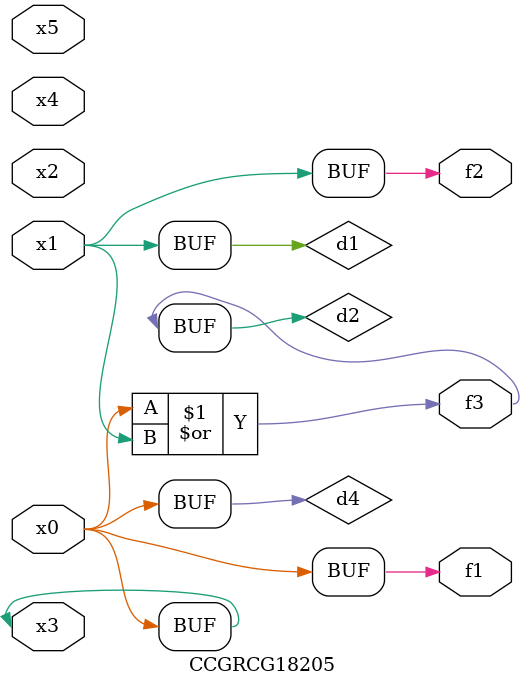
<source format=v>
module CCGRCG18205(
	input x0, x1, x2, x3, x4, x5,
	output f1, f2, f3
);

	wire d1, d2, d3, d4;

	and (d1, x1);
	or (d2, x0, x1);
	nand (d3, x0, x5);
	buf (d4, x0, x3);
	assign f1 = d4;
	assign f2 = d1;
	assign f3 = d2;
endmodule

</source>
